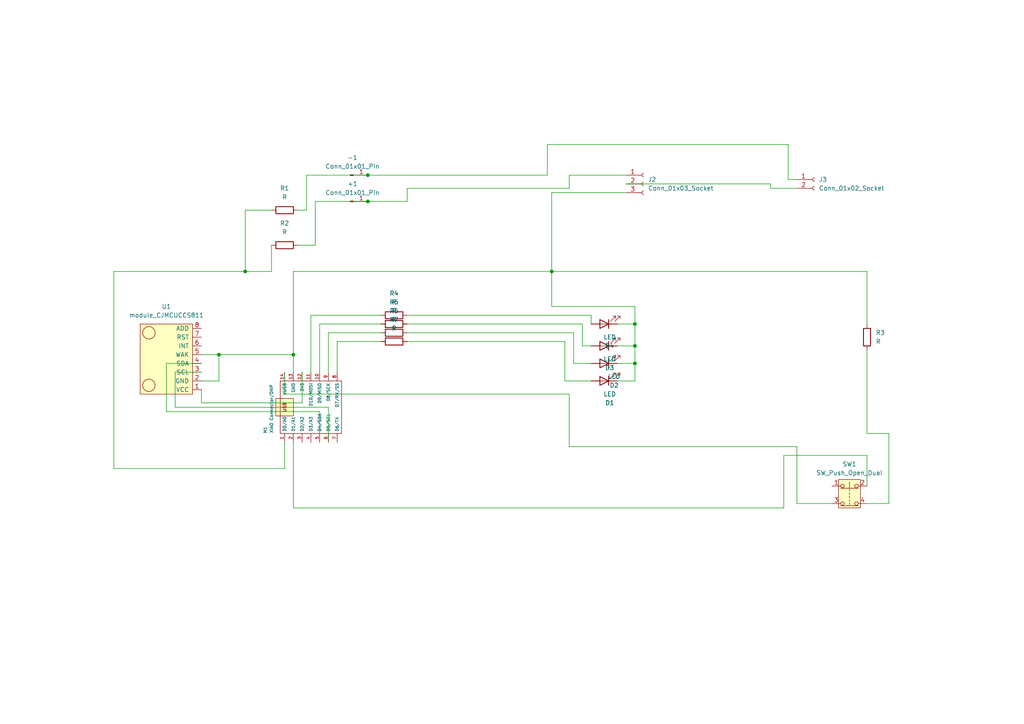
<source format=kicad_sch>
(kicad_sch (version 20231120) (generator "eeschema") (generator_version "8.0")
  (paper "A4")
  (lib_symbols
    (symbol "Connector:Conn_01x01_Pin" (pin_names (offset 1.016) hide)
      (property "Reference" "J" (at 0 2.54 0))
      (property "Value" "Conn_01x01_Pin" (at 0 -2.54 0))
      (symbol "Conn_01x01_Pin_1_1"
        (polyline (pts (xy 1.27 0) (xy 0.8636 0)) (stroke (width 0.1524)))
        (rectangle (start 0.8636 0.127) (end 0 -0.127) (stroke (width 0.1524)) (fill (type outline)))
        (pin passive line (at 5.08 0 180) (length 3.81) (name "Pin_1") (number "1"))
      )
    )
    (symbol "Connector:Conn_01x02_Socket" (pin_names (offset 1.016) hide)
      (property "Reference" "J" (at 0 2.54 0))
      (property "Value" "Conn_01x02_Socket" (at 0 -5.08 0))
      (symbol "Conn_01x02_Socket_1_1"
        (arc (start 0 -2.032) (mid -0.5058 -2.54) (end 0 -3.048) (stroke (width 0.1524)))
        (polyline (pts (xy -1.27 -2.54) (xy -0.508 -2.54)) (stroke (width 0.1524)))
        (polyline (pts (xy -1.27 0) (xy -0.508 0)) (stroke (width 0.1524)))
        (arc (start 0 0.508) (mid -0.5058 0) (end 0 -0.508) (stroke (width 0.1524)))
        (pin passive line (at -5.08 0 0) (length 3.81) (name "Pin_1") (number "1"))
        (pin passive line (at -5.08 -2.54 0) (length 3.81) (name "Pin_2") (number "2"))
      )
    )
    (symbol "Connector:Conn_01x03_Socket" (pin_names (offset 1.016) hide)
      (property "Reference" "J" (at 0 5.08 0))
      (property "Value" "Conn_01x03_Socket" (at 0 -5.08 0))
      (symbol "Conn_01x03_Socket_1_1"
        (arc (start 0 -2.032) (mid -0.5058 -2.54) (end 0 -3.048) (stroke (width 0.1524)))
        (polyline (pts (xy -1.27 -2.54) (xy -0.508 -2.54)) (stroke (width 0.1524)))
        (polyline (pts (xy -1.27 0) (xy -0.508 0)) (stroke (width 0.1524)))
        (polyline (pts (xy -1.27 2.54) (xy -0.508 2.54)) (stroke (width 0.1524)))
        (arc (start 0 0.508) (mid -0.5058 0) (end 0 -0.508) (stroke (width 0.1524)))
        (arc (start 0 3.048) (mid -0.5058 2.54) (end 0 2.032) (stroke (width 0.1524)))
        (pin passive line (at -5.08 2.54 0) (length 3.81) (name "Pin_1") (number "1"))
        (pin passive line (at -5.08 0 0) (length 3.81) (name "Pin_2") (number "2"))
        (pin passive line (at -5.08 -2.54 0) (length 3.81) (name "Pin_3") (number "3"))
      )
    )
    (symbol "Device:LED" (pin_numbers hide) (pin_names (offset 1.016) hide)
      (property "Reference" "D" (at 0 2.54 0))
      (property "Value" "LED" (at 0 -2.54 0))
      (symbol "LED_0_1"
        (polyline (pts (xy -1.27 -1.27) (xy -1.27 1.27)) (stroke (width 0.254)))
        (polyline (pts (xy -1.27 0) (xy 1.27 0)))
        (polyline (pts (xy 1.27 -1.27) (xy 1.27 1.27) (xy -1.27 0) (xy 1.27 -1.27)) (stroke (width 0.254)))
        (polyline (pts (xy -3.048 -0.762) (xy -4.572 -2.286) (xy -3.81 -2.286) (xy -4.572 -2.286) (xy -4.572 -1.524)))
        (polyline (pts (xy -1.778 -0.762) (xy -3.302 -2.286) (xy -2.54 -2.286) (xy -3.302 -2.286) (xy -3.302 -1.524)))
      )
      (symbol "LED_1_1"
        (pin passive line (at -3.81 0 0) (length 2.54) (name "K") (number "1"))
        (pin passive line (at 3.81 0 180) (length 2.54) (name "A") (number "2"))
      )
    )
    (symbol "Device:R" (pin_numbers hide) (pin_names (offset 0))
      (property "Reference" "R" (at 2.032 0 90))
      (property "Value" "R" (at 0 0 90))
      (symbol "R_0_1"
        (rectangle (start -1.016 -2.54) (end 1.016 2.54) (stroke (width 0.254)))
      )
      (symbol "R_1_1"
        (pin passive line (at 0 3.81 270) (length 1.27) (name "~") (number "1"))
        (pin passive line (at 0 -3.81 90) (length 1.27) (name "~") (number "2"))
      )
    )
    (symbol "SoMs:XIAO"
      (property "Reference" "M" (at -7.62 8.89 0))
      (property "Value" "XIAO" (at 3.81 8.89 0))
      (symbol "XIAO_0_0"
        (pin bidirectional line (at 10.16 -2.54 180) (length 2.54) (name "D9/MISO") (number "10"))
        (pin bidirectional line (at 10.16 0 180) (length 2.54) (name "D10/MOSI") (number "11"))
        (pin bidirectional line (at 10.16 2.54 180) (length 2.54) (name "3V3") (number "12"))
        (pin bidirectional line (at 10.16 5.08 180) (length 2.54) (name "GND") (number "13"))
        (pin bidirectional line (at 10.16 7.62 180) (length 2.54) (name "VUSB") (number "14"))
        (pin bidirectional line (at -10.16 5.08 0) (length 2.54) (name "D1/A1") (number "2"))
        (pin bidirectional line (at -10.16 2.54 0) (length 2.54) (name "D2/A2") (number "3"))
        (pin bidirectional line (at -10.16 0 0) (length 2.54) (name "D3/A3") (number "4"))
        (pin bidirectional line (at -10.16 -2.54 0) (length 2.54) (name "D4/SDA") (number "5"))
        (pin bidirectional line (at -10.16 -5.08 0) (length 2.54) (name "D5/SCL") (number "6"))
        (pin bidirectional line (at -10.16 -7.62 0) (length 2.54) (name "D6/TX") (number "7"))
        (pin bidirectional line (at 10.16 -7.62 180) (length 2.54) (name "D7/RX/SS") (number "8"))
        (pin bidirectional line (at 10.16 -5.08 180) (length 2.54) (name "D8/SCK") (number "9"))
      )
      (symbol "XIAO_0_1"
        (rectangle (start -7.62 8.89) (end 7.62 -8.89))
      )
      (symbol "XIAO_1_0"
        (pin bidirectional line (at -10.16 7.62 0) (length 2.54) (name "D0/A0") (number "1"))
      )
      (symbol "XIAO_1_1"
        (rectangle (start -2.54 10.16) (end 2.54 5.08) (fill (type background)))
        (text "USB" (at 0 7.62 0) (effects (font (size 0.889 0.889))))
      )
    )
    (symbol "Switch:SW_Push_Open_Dual" (pin_names (offset 1.016) hide)
      (property "Reference" "SW" (at 0 3.81 0))
      (property "Value" "SW_Push_Open_Dual" (at 0 -7.62 0))
      (symbol "SW_Push_Open_Dual_0_1"
        (circle (center -2.032 -5.08) (radius 0.508))
        (circle (center -2.032 0) (radius 0.508))
        (polyline (pts (xy 0 -4.953) (xy 0 -5.461)))
        (polyline (pts (xy 0 -3.937) (xy 0 -4.445)))
        (polyline (pts (xy 0 -3.429) (xy 0 -2.921)))
        (polyline (pts (xy 0 -2.413) (xy 0 -1.905)))
        (polyline (pts (xy 0 -1.397) (xy 0 -0.889)))
        (polyline (pts (xy 0 -0.635) (xy 0 1.143)))
        (polyline (pts (xy 2.54 -5.715) (xy -2.54 -5.715)))
        (polyline (pts (xy 2.54 -0.635) (xy -2.54 -0.635)))
        (circle (center 2.032 -5.08) (radius 0.508))
        (circle (center 2.032 0) (radius 0.508))
        (pin passive line (at -5.08 0 0) (length 2.54) (name "1") (number "1"))
        (pin passive line (at 5.08 0 180) (length 2.54) (name "2") (number "2"))
        (pin passive line (at -5.08 -5.08 0) (length 2.54) (name "3") (number "3"))
        (pin passive line (at 5.08 -5.08 180) (length 2.54) (name "4") (number "4"))
      )
      (symbol "SW_Push_Open_Dual_1_1"
        (rectangle (start -3.175 1.905) (end 3.175 -6.35) (fill (type background)))
      )
    )
    (symbol "usini_sensors:module_adxl345" (pin_names (offset 1.016))
      (property "Reference" "U1" (at 11.4301 -8.89 90))
      (property "Value" "module_adxl345" (at 8.8901 -8.89 90))
      (symbol "module_adxl345_0_1"
        (rectangle (start 2.54 12.7) (end 17.78 -7.62) (fill (type background)))
        (circle (center 15.24 -5.08) (radius 1.8034))
        (circle (center 15.24 10.16) (radius 1.8034))
      )
      (symbol "module_adxl345_1_1"
        (pin input line (at 0 11.43 0) (length 2.54) (name "VCC") (number "1"))
        (pin input line (at 0 8.89 0) (length 2.54) (name "GND") (number "2"))
        (pin input line (at 0 6.35 0) (length 2.54) (name "SCL") (number "3"))
        (pin input line (at 0 3.81 0) (length 2.54) (name "SDA") (number "4"))
        (pin input line (at 0 1.27 0) (length 2.54) (name "WAK") (number "5"))
        (pin input line (at 0 -1.27 0) (length 2.54) (name "INT") (number "6"))
        (pin input line (at 0 -3.81 0) (length 2.54) (name "RST") (number "7"))
        (pin input line (at 0 -6.35 0) (length 2.54) (name "ADD") (number "8"))
      )
    )
  )
  (junction (at 106.68 58.42))
  (junction (at 63.5 102.87))
  (junction (at 85.09 102.87))
  (junction (at 184.15 105.41))
  (junction (at 160.02 78.74))
  (junction (at 71.12 78.74))
  (junction (at 184.15 93.98))
  (junction (at 106.68 50.8))
  (junction (at 184.15 100.33))
  (wire (pts (xy 257.81 146.05) (xy 251.46 146.05)))
  (wire (pts (xy 91.44 71.12) (xy 86.36 71.12)))
  (wire (pts (xy 58.42 102.87) (xy 63.5 102.87)))
  (wire (pts (xy 184.15 93.98) (xy 184.15 88.9)))
  (wire (pts (xy 227.33 147.32) (xy 227.33 132.08)))
  (wire (pts (xy 95.25 107.95) (xy 95.25 96.52)))
  (wire (pts (xy 179.07 93.98) (xy 184.15 93.98)))
  (wire (pts (xy 158.75 50.8) (xy 158.75 41.91)))
  (wire (pts (xy 92.71 128.27) (xy 92.71 119.38)))
  (wire (pts (xy 106.68 50.8) (xy 158.75 50.8)))
  (wire (pts (xy 181.61 50.8) (xy 165.1 50.8)))
  (wire (pts (xy 171.45 91.44) (xy 171.45 93.98)))
  (wire (pts (xy 97.79 107.95) (xy 97.79 99.06)))
  (wire (pts (xy 165.1 114.3) (xy 165.1 129.54)))
  (wire (pts (xy 63.5 102.87) (xy 63.5 110.49)))
  (wire (pts (xy 71.12 60.96) (xy 71.12 78.74)))
  (wire (pts (xy 85.09 78.74) (xy 85.09 102.87)))
  (wire (pts (xy 223.52 54.61) (xy 231.14 54.61)))
  (wire (pts (xy 228.6 41.91) (xy 228.6 52.07)))
  (wire (pts (xy 92.71 119.38) (xy 48.26 119.38)))
  (wire (pts (xy 168.91 100.33) (xy 171.45 100.33)))
  (wire (pts (xy 50.8 118.11) (xy 50.8 107.95)))
  (wire (pts (xy 163.83 110.49) (xy 171.45 110.49)))
  (wire (pts (xy 85.09 102.87) (xy 85.09 107.95)))
  (wire (pts (xy 251.46 101.6) (xy 251.46 125.73)))
  (wire (pts (xy 165.1 54.61) (xy 118.11 54.61)))
  (wire (pts (xy 97.79 99.06) (xy 110.49 99.06)))
  (wire (pts (xy 58.42 116.84) (xy 58.42 113.03)))
  (wire (pts (xy 227.33 132.08) (xy 251.46 132.08)))
  (wire (pts (xy 181.61 53.34) (xy 223.52 53.34)))
  (wire (pts (xy 78.74 78.74) (xy 71.12 78.74)))
  (wire (pts (xy 82.55 128.27) (xy 82.55 135.89)))
  (wire (pts (xy 78.74 71.12) (xy 78.74 78.74)))
  (wire (pts (xy 78.74 60.96) (xy 71.12 60.96)))
  (wire (pts (xy 118.11 99.06) (xy 163.83 99.06)))
  (wire (pts (xy 33.02 78.74) (xy 33.02 135.89)))
  (wire (pts (xy 118.11 54.61) (xy 118.11 58.42)))
  (wire (pts (xy 95.25 118.11) (xy 50.8 118.11)))
  (wire (pts (xy 95.25 96.52) (xy 110.49 96.52)))
  (wire (pts (xy 50.8 107.95) (xy 58.42 107.95)))
  (wire (pts (xy 106.68 58.42) (xy 91.44 58.42)))
  (wire (pts (xy 92.71 107.95) (xy 92.71 93.98)))
  (wire (pts (xy 118.11 93.98) (xy 168.91 93.98)))
  (wire (pts (xy 87.63 116.84) (xy 87.63 107.95)))
  (wire (pts (xy 179.07 110.49) (xy 184.15 110.49)))
  (wire (pts (xy 91.44 58.42) (xy 91.44 71.12)))
  (wire (pts (xy 179.07 100.33) (xy 184.15 100.33)))
  (wire (pts (xy 184.15 110.49) (xy 184.15 105.41)))
  (wire (pts (xy 179.07 105.41) (xy 184.15 105.41)))
  (wire (pts (xy 85.09 147.32) (xy 85.09 128.27)))
  (wire (pts (xy 48.26 119.38) (xy 48.26 105.41)))
  (wire (pts (xy 85.09 147.32) (xy 227.33 147.32)))
  (wire (pts (xy 118.11 96.52) (xy 166.37 96.52)))
  (wire (pts (xy 90.17 91.44) (xy 110.49 91.44)))
  (wire (pts (xy 251.46 78.74) (xy 160.02 78.74)))
  (wire (pts (xy 160.02 88.9) (xy 184.15 88.9)))
  (wire (pts (xy 118.11 58.42) (xy 106.68 58.42)))
  (wire (pts (xy 88.9 60.96) (xy 86.36 60.96)))
  (wire (pts (xy 88.9 50.8) (xy 88.9 60.96)))
  (wire (pts (xy 184.15 100.33) (xy 184.15 93.98)))
  (wire (pts (xy 71.12 78.74) (xy 33.02 78.74)))
  (wire (pts (xy 85.09 78.74) (xy 160.02 78.74)))
  (wire (pts (xy 82.55 114.3) (xy 165.1 114.3)))
  (wire (pts (xy 228.6 52.07) (xy 231.14 52.07)))
  (wire (pts (xy 231.14 146.05) (xy 241.3 146.05)))
  (wire (pts (xy 166.37 96.52) (xy 166.37 105.41)))
  (wire (pts (xy 106.68 50.8) (xy 88.9 50.8)))
  (wire (pts (xy 118.11 91.44) (xy 171.45 91.44)))
  (wire (pts (xy 63.5 110.49) (xy 58.42 110.49)))
  (wire (pts (xy 160.02 55.88) (xy 181.61 55.88)))
  (wire (pts (xy 184.15 105.41) (xy 184.15 100.33)))
  (wire (pts (xy 95.25 128.27) (xy 95.25 118.11)))
  (wire (pts (xy 160.02 78.74) (xy 160.02 88.9)))
  (wire (pts (xy 48.26 105.41) (xy 58.42 105.41)))
  (wire (pts (xy 87.63 116.84) (xy 58.42 116.84)))
  (wire (pts (xy 33.02 135.89) (xy 82.55 135.89)))
  (wire (pts (xy 163.83 99.06) (xy 163.83 110.49)))
  (wire (pts (xy 90.17 107.95) (xy 90.17 91.44)))
  (wire (pts (xy 82.55 107.95) (xy 82.55 114.3)))
  (wire (pts (xy 223.52 53.34) (xy 223.52 54.61)))
  (wire (pts (xy 231.14 129.54) (xy 231.14 146.05)))
  (wire (pts (xy 251.46 132.08) (xy 251.46 140.97)))
  (wire (pts (xy 168.91 93.98) (xy 168.91 100.33)))
  (wire (pts (xy 158.75 41.91) (xy 228.6 41.91)))
  (wire (pts (xy 165.1 50.8) (xy 165.1 54.61)))
  (wire (pts (xy 92.71 93.98) (xy 110.49 93.98)))
  (wire (pts (xy 85.09 102.87) (xy 63.5 102.87)))
  (wire (pts (xy 166.37 105.41) (xy 171.45 105.41)))
  (wire (pts (xy 165.1 129.54) (xy 231.14 129.54)))
  (wire (pts (xy 251.46 125.73) (xy 257.81 125.73)))
  (wire (pts (xy 257.81 125.73) (xy 257.81 146.05)))
  (wire (pts (xy 251.46 93.98) (xy 251.46 78.74)))
  (wire (pts (xy 160.02 78.74) (xy 160.02 55.88)))
  (symbol (lib_id "Device:R") (at 82.55 71.12 90) (unit 1)
    (property "Reference" "R2" (at 82.55 64.77 90))
    (property "Value" "R" (at 82.55 67.31 90))
    (property "Footprint" "Resistor_THT:R_Axial_DIN0204_L3.6mm_D1.6mm_P5.08mm_Horizontal" (effects (hide yes)))
    (property "Description" "Resistor" (effects (hide yes)))
  )
  (symbol (lib_id "Device:R") (at 251.46 97.79 0) (unit 1)
    (property "Reference" "R3" (at 254 96.5199 0) (effects (justify left)))
    (property "Value" "R" (at 254 99.0599 0) (effects (justify left)))
    (property "Footprint" "Resistor_THT:R_Axial_DIN0204_L3.6mm_D1.6mm_P5.08mm_Horizontal" (effects (hide yes)))
    (property "Description" "Resistor" (effects (hide yes)))
  )
  (symbol (lib_id "Device:LED") (at 175.26 93.98 180) (unit 1)
    (property "Reference" "D4" (at 176.8475 100.33 0))
    (property "Value" "LED" (at 176.8475 97.79 0))
    (property "Footprint" "LED_THT:LED_D1.8mm_W3.3mm_H2.4mm" (effects (hide yes)))
    (property "Description" "Light emitting diode" (effects (hide yes)))
  )
  (symbol (lib_id "Connector:Conn_01x02_Socket") (at 236.22 52.07 0) (unit 1)
    (property "Reference" "J3" (at 237.49 52.0699 0) (effects (justify left)))
    (property "Value" "Conn_01x02_Socket" (at 237.49 54.6099 0) (effects (justify left)))
    (property "Footprint" "Connector_JST:JST_XH_S2B-XH-A_1x02_P2.50mm_Horizontal" (effects (hide yes)))
    (property "Description" "Generic connector, single row, 01x02, script generated" (effects (hide yes)))
  )
  (symbol (lib_id "Device:R") (at 114.3 99.06 90) (unit 1)
    (property "Reference" "R7" (at 114.3 92.71 90))
    (property "Value" "R" (at 114.3 95.25 90))
    (property "Footprint" "Resistor_THT:R_Axial_DIN0204_L3.6mm_D1.6mm_P5.08mm_Horizontal" (effects (hide yes)))
    (property "Description" "Resistor" (effects (hide yes)))
  )
  (symbol (lib_id "usini_sensors:module_adxl345") (at 58.42 101.6 180) (unit 1)
    (property "Reference" "U1" (at 48.26 88.9 0))
    (property "Value" "module_CJMCUCCS811" (at 48.26 91.44 0))
    (property "Footprint" "usini_sensors:module_adxl345" (effects (hide yes)))
  )
  (symbol (lib_id "Device:LED") (at 175.26 110.49 180) (unit 1)
    (property "Reference" "D1" (at 176.8475 116.84 0))
    (property "Value" "LED" (at 176.8475 114.3 0))
    (property "Footprint" "LED_THT:LED_D1.8mm_W3.3mm_H2.4mm" (effects (hide yes)))
    (property "Description" "Light emitting diode" (effects (hide yes)))
  )
  (symbol (lib_id "Device:R") (at 82.55 60.96 90) (unit 1)
    (property "Reference" "R1" (at 82.55 54.61 90))
    (property "Value" "R" (at 82.55 57.15 90))
    (property "Footprint" "Resistor_THT:R_Axial_DIN0204_L3.6mm_D1.6mm_P5.08mm_Horizontal" (effects (hide yes)))
    (property "Description" "Resistor" (effects (hide yes)))
  )
  (symbol (lib_id "Device:R") (at 114.3 93.98 90) (unit 1)
    (property "Reference" "R5" (at 114.3 87.63 90))
    (property "Value" "R" (at 114.3 90.17 90))
    (property "Footprint" "Resistor_THT:R_Axial_DIN0204_L3.6mm_D1.6mm_P5.08mm_Horizontal" (effects (hide yes)))
    (property "Description" "Resistor" (effects (hide yes)))
  )
  (symbol (lib_id "Switch:SW_Push_Open_Dual") (at 246.38 140.97 0) (unit 1)
    (property "Reference" "SW1" (at 246.38 134.62 0))
    (property "Value" "SW_Push_Open_Dual" (at 246.38 137.16 0))
    (property "Footprint" "Button_Switch_THT:SW_PUSH-12mm_Wuerth-430476085716" (effects (hide yes)))
    (property "Description" "Push button switch, normally closed, generic, four pins" (effects (hide yes)))
  )
  (symbol (lib_id "Device:R") (at 114.3 96.52 90) (unit 1)
    (property "Reference" "R6" (at 114.3 90.17 90))
    (property "Value" "R" (at 114.3 92.71 90))
    (property "Footprint" "Resistor_THT:R_Axial_DIN0204_L3.6mm_D1.6mm_P5.08mm_Horizontal" (effects (hide yes)))
    (property "Description" "Resistor" (effects (hide yes)))
  )
  (symbol (lib_id "Connector:Conn_01x01_Pin") (at 101.6 50.8 0) (unit 1)
    (property "Reference" "-1" (at 102.235 45.72 0))
    (property "Value" "Conn_01x01_Pin" (at 102.235 48.26 0))
    (property "Footprint" "TestPoint:TestPoint_Pad_D1.5mm" (effects (hide yes)))
    (property "Description" "Generic connector, single row, 01x01, script generated" (effects (hide yes)))
  )
  (symbol (lib_id "Device:LED") (at 175.26 100.33 180) (unit 1)
    (property "Reference" "D3" (at 176.8475 106.68 0))
    (property "Value" "LED" (at 176.8475 104.14 0))
    (property "Footprint" "LED_THT:LED_D1.8mm_W3.3mm_H2.4mm" (effects (hide yes)))
    (property "Description" "Light emitting diode" (effects (hide yes)))
  )
  (symbol (lib_id "SoMs:XIAO") (at 90.17 118.11 90) (unit 1)
    (property "Reference" "M1" (at 77.47 125.73 0) (effects (font (size 0.889 0.889)) (justify left bottom)))
    (property "Value" "XIAO Connector/DNP" (at 79.2566 125.6485 0) (effects (font (size 0.889 0.889)) (justify left bottom)))
    (property "Footprint" "Seeed Studio XIAO Series Library:XIAO-Generic-Thruhole-14P-2.54-21X17.8MM" (effects (hide yes)))
  )
  (symbol (lib_id "Connector:Conn_01x03_Socket") (at 186.69 53.34 0) (unit 1)
    (property "Reference" "J2" (at 187.96 52.0699 0) (effects (justify left)))
    (property "Value" "Conn_01x03_Socket" (at 187.96 54.6099 0) (effects (justify left)))
    (property "Footprint" "Connector_JST:JST_XH_S3B-XH-A_1x03_P2.50mm_Horizontal" (effects (hide yes)))
    (property "Description" "Generic connector, single row, 01x03, script generated" (effects (hide yes)))
  )
  (symbol (lib_id "Device:R") (at 114.3 91.44 90) (unit 1)
    (property "Reference" "R4" (at 114.3 85.09 90))
    (property "Value" "R" (at 114.3 87.63 90))
    (property "Footprint" "Resistor_THT:R_Axial_DIN0204_L3.6mm_D1.6mm_P5.08mm_Horizontal" (effects (hide yes)))
    (property "Description" "Resistor" (effects (hide yes)))
  )
  (symbol (lib_id "Device:LED") (at 175.26 105.41 180) (unit 1)
    (property "Reference" "D2" (at 178.1175 111.76 0))
    (property "Value" "LED" (at 178.1175 109.22 0))
    (property "Footprint" "LED_THT:LED_D1.8mm_W3.3mm_H2.4mm" (effects (hide yes)))
    (property "Description" "Light emitting diode" (effects (hide yes)))
  )
  (symbol (lib_id "Connector:Conn_01x01_Pin") (at 101.6 58.42 0) (unit 1)
    (property "Reference" "+1" (at 102.235 53.34 0))
    (property "Value" "Conn_01x01_Pin" (at 102.235 55.88 0))
    (property "Footprint" "TestPoint:TestPoint_Pad_D1.5mm" (effects (hide yes)))
    (property "Description" "Generic connector, single row, 01x01, script generated" (effects (hide yes)))
  )
)
</source>
